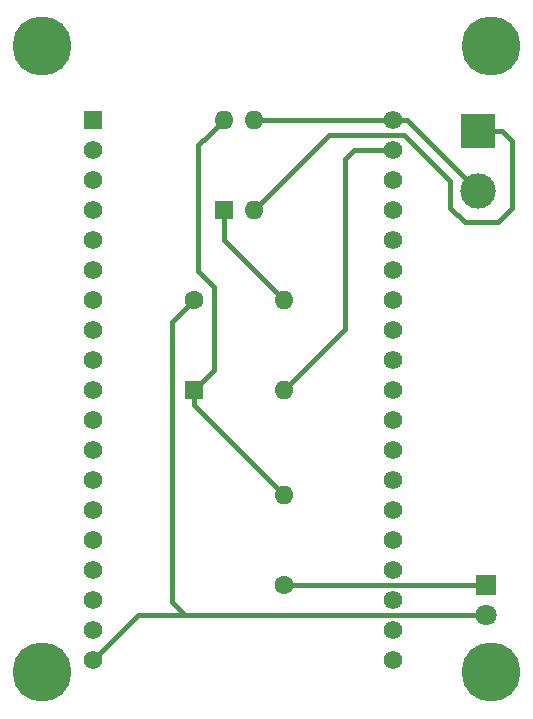
<source format=gbl>
G04 #@! TF.GenerationSoftware,KiCad,Pcbnew,6.0.10+dfsg-1~bpo11+1*
G04 #@! TF.CreationDate,2023-02-14T21:12:59+00:00*
G04 #@! TF.ProjectId,Gazpar,47617a70-6172-42e6-9b69-6361645f7063,rev?*
G04 #@! TF.SameCoordinates,Original*
G04 #@! TF.FileFunction,Copper,L2,Bot*
G04 #@! TF.FilePolarity,Positive*
%FSLAX46Y46*%
G04 Gerber Fmt 4.6, Leading zero omitted, Abs format (unit mm)*
G04 Created by KiCad (PCBNEW 6.0.10+dfsg-1~bpo11+1) date 2023-02-14 21:12:59*
%MOMM*%
%LPD*%
G01*
G04 APERTURE LIST*
G04 #@! TA.AperFunction,ComponentPad*
%ADD10R,1.800000X1.800000*%
G04 #@! TD*
G04 #@! TA.AperFunction,ComponentPad*
%ADD11C,1.800000*%
G04 #@! TD*
G04 #@! TA.AperFunction,ComponentPad*
%ADD12R,1.600000X1.600000*%
G04 #@! TD*
G04 #@! TA.AperFunction,ComponentPad*
%ADD13O,1.600000X1.600000*%
G04 #@! TD*
G04 #@! TA.AperFunction,ComponentPad*
%ADD14R,1.560000X1.560000*%
G04 #@! TD*
G04 #@! TA.AperFunction,ComponentPad*
%ADD15C,1.560000*%
G04 #@! TD*
G04 #@! TA.AperFunction,ComponentPad*
%ADD16C,1.600000*%
G04 #@! TD*
G04 #@! TA.AperFunction,ComponentPad*
%ADD17R,3.000000X3.000000*%
G04 #@! TD*
G04 #@! TA.AperFunction,ComponentPad*
%ADD18C,3.000000*%
G04 #@! TD*
G04 #@! TA.AperFunction,ComponentPad*
%ADD19C,2.900000*%
G04 #@! TD*
G04 #@! TA.AperFunction,ConnectorPad*
%ADD20C,5.000000*%
G04 #@! TD*
G04 #@! TA.AperFunction,Conductor*
%ADD21C,0.400000*%
G04 #@! TD*
G04 APERTURE END LIST*
D10*
X190570000Y-89610000D03*
D11*
X190570000Y-92150000D03*
D12*
X165842500Y-73100000D03*
D13*
X173462500Y-73100000D03*
D14*
X157300000Y-50240000D03*
D15*
X157300000Y-52780000D03*
X157300000Y-55320000D03*
X157300000Y-57860000D03*
X157300000Y-60400000D03*
X157300000Y-62940000D03*
X157300000Y-65480000D03*
X157300000Y-68020000D03*
X157300000Y-70560000D03*
X157300000Y-73100000D03*
X157300000Y-75640000D03*
X157300000Y-78180000D03*
X157300000Y-80720000D03*
X157300000Y-83260000D03*
X157300000Y-85800000D03*
X157300000Y-88340000D03*
X157300000Y-90880000D03*
X157300000Y-93420000D03*
X157300000Y-95960000D03*
X182700000Y-50240000D03*
X182700000Y-52780000D03*
X182700000Y-55320000D03*
X182700000Y-57860000D03*
X182700000Y-60400000D03*
X182700000Y-62940000D03*
X182700000Y-65480000D03*
X182700000Y-68020000D03*
X182700000Y-70560000D03*
X182700000Y-73100000D03*
X182700000Y-75640000D03*
X182700000Y-78180000D03*
X182700000Y-80720000D03*
X182700000Y-83260000D03*
X182700000Y-85800000D03*
X182700000Y-88340000D03*
X182700000Y-90880000D03*
X182700000Y-93420000D03*
X182700000Y-95960000D03*
D16*
X165842500Y-65480000D03*
D13*
X173462500Y-65480000D03*
D12*
X168377500Y-57860000D03*
D13*
X170917500Y-57860000D03*
X170917500Y-50240000D03*
X168377500Y-50240000D03*
D17*
X189935000Y-51180000D03*
D18*
X189935000Y-56260000D03*
D16*
X173462500Y-89610000D03*
D13*
X173462500Y-81990000D03*
D19*
X191000000Y-97000000D03*
D20*
X191000000Y-97000000D03*
X191000000Y-44000000D03*
D19*
X191000000Y-44000000D03*
X153000000Y-44000000D03*
D20*
X153000000Y-44000000D03*
D19*
X153000000Y-97000000D03*
D20*
X153000000Y-97000000D03*
D21*
X168377500Y-57860000D02*
X168377500Y-60395000D01*
X168377500Y-60395000D02*
X173462500Y-65480000D01*
X190570000Y-89610000D02*
X173462500Y-89610000D01*
X167560000Y-64340000D02*
X166230000Y-63010000D01*
X167127500Y-51490000D02*
X168377500Y-50240000D01*
X165842500Y-73100000D02*
X167560000Y-71382500D01*
X166230000Y-63010000D02*
X166230000Y-52350000D01*
X165842500Y-73100000D02*
X165842500Y-74370000D01*
X167560000Y-71382500D02*
X167560000Y-64340000D01*
X167090000Y-51490000D02*
X167127500Y-51490000D01*
X165842500Y-74370000D02*
X173462500Y-81990000D01*
X166230000Y-52350000D02*
X167090000Y-51490000D01*
X187550000Y-55425000D02*
X187550000Y-57650000D01*
X191930000Y-51180000D02*
X189935000Y-51180000D01*
X177305000Y-51470000D02*
X183595000Y-51470000D01*
X187550000Y-57650000D02*
X188800000Y-58900000D01*
X176082500Y-52695000D02*
X176082500Y-52692500D01*
X176082500Y-52692500D02*
X177305000Y-51470000D01*
X183595000Y-51470000D02*
X187550000Y-55425000D01*
X191550000Y-58900000D02*
X192800000Y-57650000D01*
X170917500Y-57860000D02*
X176082500Y-52695000D01*
X188800000Y-58900000D02*
X191550000Y-58900000D01*
X192800000Y-52050000D02*
X191930000Y-51180000D01*
X192800000Y-57650000D02*
X192800000Y-52050000D01*
X173462500Y-73100000D02*
X178640000Y-67922500D01*
X178640000Y-53510000D02*
X179370000Y-52780000D01*
X179370000Y-52780000D02*
X182700000Y-52780000D01*
X178640000Y-67922500D02*
X178640000Y-53510000D01*
X165070000Y-92150000D02*
X161110000Y-92150000D01*
X163970000Y-67352500D02*
X163970000Y-91050000D01*
X165842500Y-65480000D02*
X163970000Y-67352500D01*
X163970000Y-91050000D02*
X165070000Y-92150000D01*
X161110000Y-92150000D02*
X157300000Y-95960000D01*
X165070000Y-92150000D02*
X190570000Y-92150000D01*
X183915000Y-50240000D02*
X189935000Y-56260000D01*
X170917500Y-50240000D02*
X182700000Y-50240000D01*
X182700000Y-50240000D02*
X183915000Y-50240000D01*
M02*

</source>
